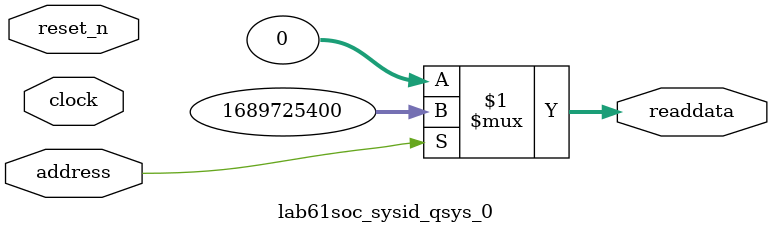
<source format=v>



// synthesis translate_off
`timescale 1ns / 1ps
// synthesis translate_on

// turn off superfluous verilog processor warnings 
// altera message_level Level1 
// altera message_off 10034 10035 10036 10037 10230 10240 10030 

module lab61soc_sysid_qsys_0 (
               // inputs:
                address,
                clock,
                reset_n,

               // outputs:
                readdata
             )
;

  output  [ 31: 0] readdata;
  input            address;
  input            clock;
  input            reset_n;

  wire    [ 31: 0] readdata;
  //control_slave, which is an e_avalon_slave
  assign readdata = address ? 1689725400 : 0;

endmodule



</source>
